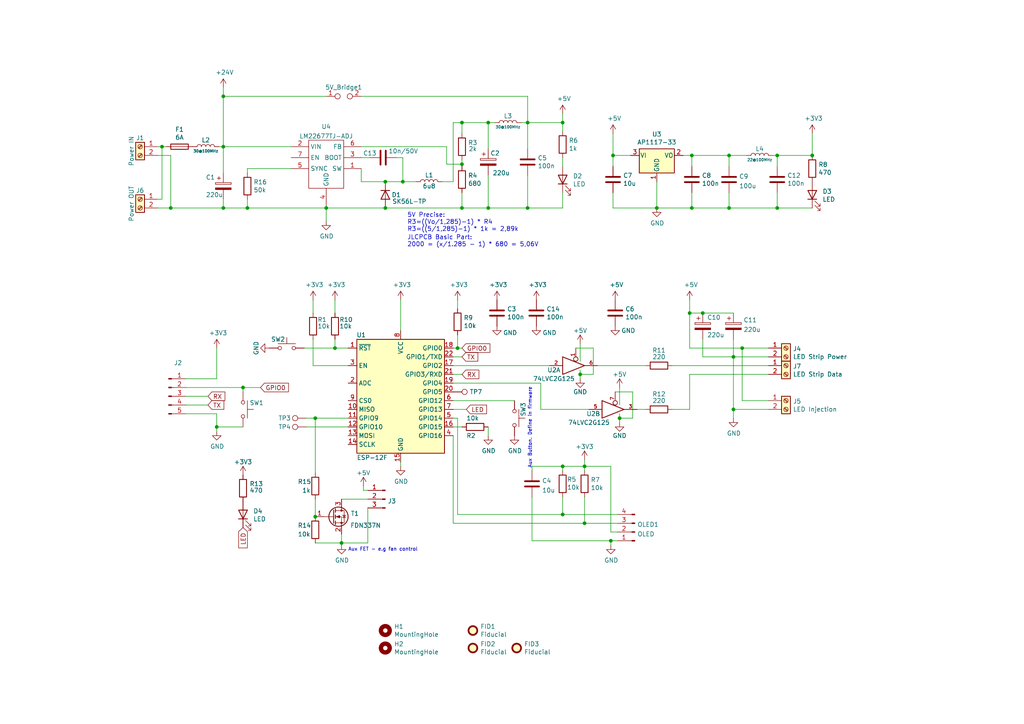
<source format=kicad_sch>
(kicad_sch (version 20211123) (generator eeschema)
  (paper "A4")
  (title_block (title "WLED Controller") (date "2021-01-02") (rev "1.2") (company "Bepa"))
  (lib_symbols
    (symbol "74xGxx:74LVC2G125" (pin_names (offset 1.016))
      (property "Reference" "U" (at -2.54 3.81 0))
      (property "Value" "74LVC2G125" (at 0 -3.81 0))
      (symbol "74LVC2G125_0_1"
        (polyline (pts (xy -3.81 2.54) (xy -3.81 -2.54) (xy 2.54 0) (xy -3.81 2.54)) (stroke (width 0.254)))
        (pin power_in line (at 1.27 -1.27 270) (length 0) hide (name "GND") (number "4"))
        (pin power_in line (at 1.27 1.27 90) (length 0) hide (name "VCC") (number "8"))
      )
      (symbol "74LVC2G125_1_1"
        (pin input inverted (at 0 5.08 270) (length 3.81) (name "~") (number "1"))
        (pin input line (at -7.62 0 0) (length 3.81) (name "~") (number "2"))
        (pin tri_state line (at 6.35 0 180) (length 3.81) (name "~") (number "6"))
      )
      (symbol "74LVC2G125_2_1"
        (pin tri_state line (at 6.35 0 180) (length 3.81) (name "~") (number "3"))
        (pin input line (at -7.62 0 0) (length 3.81) (name "~") (number "5"))
        (pin input inverted (at 0 5.08 270) (length 3.81) (name "~") (number "7"))
      )
    )
    (symbol "Connector:Conn_01x03_Male" (pin_names (offset 1.016) hide)
      (property "Reference" "J" (at 0 5.08 0))
      (property "Value" "Conn_01x03_Male" (at 0 -5.08 0))
      (symbol "Conn_01x03_Male_1_1"
        (polyline (pts (xy 1.27 -2.54) (xy 0.8636 -2.54)) (stroke (width 0.1524)))
        (polyline (pts (xy 1.27 0) (xy 0.8636 0)) (stroke (width 0.1524)))
        (polyline (pts (xy 1.27 2.54) (xy 0.8636 2.54)) (stroke (width 0.1524)))
        (rectangle (start 0.8636 -2.413) (end 0 -2.667) (stroke (width 0.1524)) (fill (type outline)))
        (rectangle (start 0.8636 0.127) (end 0 -0.127) (stroke (width 0.1524)) (fill (type outline)))
        (rectangle (start 0.8636 2.667) (end 0 2.413) (stroke (width 0.1524)) (fill (type outline)))
        (pin passive line (at 5.08 2.54 180) (length 3.81) (name "Pin_1") (number "1"))
        (pin passive line (at 5.08 0 180) (length 3.81) (name "Pin_2") (number "2"))
        (pin passive line (at 5.08 -2.54 180) (length 3.81) (name "Pin_3") (number "3"))
      )
    )
    (symbol "Connector:Conn_01x04_Male" (pin_names (offset 1.016) hide)
      (property "Reference" "J" (at 0 5.08 0))
      (property "Value" "Conn_01x04_Male" (at 0 -7.62 0))
      (symbol "Conn_01x04_Male_1_1"
        (polyline (pts (xy 1.27 -5.08) (xy 0.8636 -5.08)) (stroke (width 0.1524)))
        (polyline (pts (xy 1.27 -2.54) (xy 0.8636 -2.54)) (stroke (width 0.1524)))
        (polyline (pts (xy 1.27 0) (xy 0.8636 0)) (stroke (width 0.1524)))
        (polyline (pts (xy 1.27 2.54) (xy 0.8636 2.54)) (stroke (width 0.1524)))
        (rectangle (start 0.8636 -4.953) (end 0 -5.207) (stroke (width 0.1524)) (fill (type outline)))
        (rectangle (start 0.8636 -2.413) (end 0 -2.667) (stroke (width 0.1524)) (fill (type outline)))
        (rectangle (start 0.8636 0.127) (end 0 -0.127) (stroke (width 0.1524)) (fill (type outline)))
        (rectangle (start 0.8636 2.667) (end 0 2.413) (stroke (width 0.1524)) (fill (type outline)))
        (pin passive line (at 5.08 2.54 180) (length 3.81) (name "Pin_1") (number "1"))
        (pin passive line (at 5.08 0 180) (length 3.81) (name "Pin_2") (number "2"))
        (pin passive line (at 5.08 -2.54 180) (length 3.81) (name "Pin_3") (number "3"))
        (pin passive line (at 5.08 -5.08 180) (length 3.81) (name "Pin_4") (number "4"))
      )
    )
    (symbol "Connector:Conn_01x05_Male" (pin_names (offset 1.016) hide)
      (property "Reference" "J" (at 0 7.62 0))
      (property "Value" "Conn_01x05_Male" (at 0 -7.62 0))
      (symbol "Conn_01x05_Male_1_1"
        (polyline (pts (xy 1.27 -5.08) (xy 0.8636 -5.08)) (stroke (width 0.1524)))
        (polyline (pts (xy 1.27 -2.54) (xy 0.8636 -2.54)) (stroke (width 0.1524)))
        (polyline (pts (xy 1.27 0) (xy 0.8636 0)) (stroke (width 0.1524)))
        (polyline (pts (xy 1.27 2.54) (xy 0.8636 2.54)) (stroke (width 0.1524)))
        (polyline (pts (xy 1.27 5.08) (xy 0.8636 5.08)) (stroke (width 0.1524)))
        (rectangle (start 0.8636 -4.953) (end 0 -5.207) (stroke (width 0.1524)) (fill (type outline)))
        (rectangle (start 0.8636 -2.413) (end 0 -2.667) (stroke (width 0.1524)) (fill (type outline)))
        (rectangle (start 0.8636 0.127) (end 0 -0.127) (stroke (width 0.1524)) (fill (type outline)))
        (rectangle (start 0.8636 2.667) (end 0 2.413) (stroke (width 0.1524)) (fill (type outline)))
        (rectangle (start 0.8636 5.207) (end 0 4.953) (stroke (width 0.1524)) (fill (type outline)))
        (pin passive line (at 5.08 5.08 180) (length 3.81) (name "Pin_1") (number "1"))
        (pin passive line (at 5.08 2.54 180) (length 3.81) (name "Pin_2") (number "2"))
        (pin passive line (at 5.08 0 180) (length 3.81) (name "Pin_3") (number "3"))
        (pin passive line (at 5.08 -2.54 180) (length 3.81) (name "Pin_4") (number "4"))
        (pin passive line (at 5.08 -5.08 180) (length 3.81) (name "Pin_5") (number "5"))
      )
    )
    (symbol "Connector:Screw_Terminal_01x02" (pin_names (offset 1.016) hide)
      (property "Reference" "J" (at 0 2.54 0))
      (property "Value" "Screw_Terminal_01x02" (at 0 -5.08 0))
      (symbol "Screw_Terminal_01x02_1_1"
        (rectangle (start -1.27 1.27) (end 1.27 -3.81) (stroke (width 0.254)) (fill (type background)))
        (circle (center 0 -2.54) (radius 0.635) (stroke (width 0.1524)))
        (polyline (pts (xy -0.5334 -2.2098) (xy 0.3302 -3.048)) (stroke (width 0.1524)))
        (polyline (pts (xy -0.5334 0.3302) (xy 0.3302 -0.508)) (stroke (width 0.1524)))
        (polyline (pts (xy -0.3556 -2.032) (xy 0.508 -2.8702)) (stroke (width 0.1524)))
        (polyline (pts (xy -0.3556 0.508) (xy 0.508 -0.3302)) (stroke (width 0.1524)))
        (circle (center 0 0) (radius 0.635) (stroke (width 0.1524)))
        (pin passive line (at -5.08 0 0) (length 3.81) (name "Pin_1") (number "1"))
        (pin passive line (at -5.08 -2.54 0) (length 3.81) (name "Pin_2") (number "2"))
      )
    )
    (symbol "Connector:TestPoint" (pin_numbers hide) (pin_names (offset 0.762) hide)
      (property "Reference" "TP" (at 0 6.858 0))
      (property "Value" "TestPoint" (at 0 5.08 0))
      (symbol "TestPoint_0_1"
        (circle (center 0 3.302) (radius 0.762))
      )
      (symbol "TestPoint_1_1"
        (pin passive line (at 0 0 90) (length 2.54) (name "1") (number "1"))
      )
    )
    (symbol "Connector:TestPoint_2Pole" (pin_names (offset 0.762) hide)
      (property "Reference" "TP" (at 0 1.524 0))
      (property "Value" "TestPoint_2Pole" (at 0 -1.778 0))
      (symbol "TestPoint_2Pole_0_1"
        (circle (center -1.778 0) (radius 0.762))
        (circle (center 1.778 0) (radius 0.762))
        (pin passive line (at -5.08 0 0) (length 2.54) (name "1") (number "1"))
        (pin passive line (at 5.08 0 180) (length 2.54) (name "2") (number "2"))
      )
    )
    (symbol "Device:C" (pin_numbers hide) (pin_names (offset 0.254))
      (property "Reference" "C" (at 0.635 2.54 0))
      (property "Value" "C" (at 0.635 -2.54 0))
      (symbol "C_0_1"
        (polyline (pts (xy -2.032 -0.762) (xy 2.032 -0.762)) (stroke (width 0.508)))
        (polyline (pts (xy -2.032 0.762) (xy 2.032 0.762)) (stroke (width 0.508)))
      )
      (symbol "C_1_1"
        (pin passive line (at 0 3.81 270) (length 2.794) (name "~") (number "1"))
        (pin passive line (at 0 -3.81 90) (length 2.794) (name "~") (number "2"))
      )
    )
    (symbol "Device:C_Polarized" (pin_numbers hide) (pin_names (offset 0.254))
      (property "Reference" "C" (at 0.635 2.54 0))
      (property "Value" "C_Polarized" (at 0.635 -2.54 0))
      (symbol "C_Polarized_0_1"
        (rectangle (start -2.286 0.508) (end 2.286 1.016))
        (polyline (pts (xy -1.778 2.286) (xy -0.762 2.286)))
        (polyline (pts (xy -1.27 2.794) (xy -1.27 1.778)))
        (rectangle (start 2.286 -0.508) (end -2.286 -1.016) (fill (type outline)))
      )
      (symbol "C_Polarized_1_1"
        (pin passive line (at 0 3.81 270) (length 2.794) (name "~") (number "1"))
        (pin passive line (at 0 -3.81 90) (length 2.794) (name "~") (number "2"))
      )
    )
    (symbol "Device:D" (pin_numbers hide) (pin_names (offset 1.016) hide)
      (property "Reference" "D" (at 0 2.54 0))
      (property "Value" "D" (at 0 -2.54 0))
      (symbol "D_0_1"
        (polyline (pts (xy -1.27 1.27) (xy -1.27 -1.27)) (stroke (width 0.254)))
        (polyline (pts (xy 1.27 0) (xy -1.27 0)))
        (polyline (pts (xy 1.27 1.27) (xy 1.27 -1.27) (xy -1.27 0) (xy 1.27 1.27)) (stroke (width 0.254)))
      )
      (symbol "D_1_1"
        (pin passive line (at -3.81 0 0) (length 2.54) (name "K") (number "1"))
        (pin passive line (at 3.81 0 180) (length 2.54) (name "A") (number "2"))
      )
    )
    (symbol "Device:Fuse" (pin_numbers hide) (pin_names (offset 0))
      (property "Reference" "F" (at 2.032 0 90))
      (property "Value" "Fuse" (at -1.905 0 90))
      (symbol "Fuse_0_1"
        (rectangle (start -0.762 -2.54) (end 0.762 2.54) (stroke (width 0.254)))
        (polyline (pts (xy 0 2.54) (xy 0 -2.54)))
      )
      (symbol "Fuse_1_1"
        (pin passive line (at 0 3.81 270) (length 1.27) (name "~") (number "1"))
        (pin passive line (at 0 -3.81 90) (length 1.27) (name "~") (number "2"))
      )
    )
    (symbol "Device:L" (pin_numbers hide) (pin_names (offset 1.016) hide)
      (property "Reference" "L" (at -1.27 0 90))
      (property "Value" "L" (at 1.905 0 90))
      (symbol "L_0_1"
        (arc (start 0 -2.54) (mid 0.635 -1.905) (end 0 -1.27))
        (arc (start 0 -1.27) (mid 0.635 -0.635) (end 0 0))
        (arc (start 0 0) (mid 0.635 0.635) (end 0 1.27))
        (arc (start 0 1.27) (mid 0.635 1.905) (end 0 2.54))
      )
      (symbol "L_1_1"
        (pin passive line (at 0 3.81 270) (length 1.27) (name "1") (number "1"))
        (pin passive line (at 0 -3.81 90) (length 1.27) (name "2") (number "2"))
      )
    )
    (symbol "Device:LED" (pin_numbers hide) (pin_names (offset 1.016) hide)
      (property "Reference" "D" (at 0 2.54 0))
      (property "Value" "LED" (at 0 -2.54 0))
      (symbol "LED_0_1"
        (polyline (pts (xy -1.27 -1.27) (xy -1.27 1.27)) (stroke (width 0.254)))
        (polyline (pts (xy -1.27 0) (xy 1.27 0)))
        (polyline (pts (xy 1.27 -1.27) (xy 1.27 1.27) (xy -1.27 0) (xy 1.27 -1.27)) (stroke (width 0.254)))
        (polyline (pts (xy -3.048 -0.762) (xy -4.572 -2.286) (xy -3.81 -2.286) (xy -4.572 -2.286) (xy -4.572 -1.524)))
        (polyline (pts (xy -1.778 -0.762) (xy -3.302 -2.286) (xy -2.54 -2.286) (xy -3.302 -2.286) (xy -3.302 -1.524)))
      )
      (symbol "LED_1_1"
        (pin passive line (at -3.81 0 0) (length 2.54) (name "K") (number "1"))
        (pin passive line (at 3.81 0 180) (length 2.54) (name "A") (number "2"))
      )
    )
    (symbol "Device:Q_NMOS_GSD" (pin_names (offset 0) hide)
      (property "Reference" "Q" (at 5.08 1.27 0))
      (property "Value" "Q_NMOS_GSD" (at 5.08 -1.27 0))
      (symbol "Q_NMOS_GSD_0_1"
        (polyline (pts (xy 0.254 0) (xy -2.54 0)))
        (polyline (pts (xy 0.254 1.905) (xy 0.254 -1.905)) (stroke (width 0.254)))
        (polyline (pts (xy 0.762 -1.27) (xy 0.762 -2.286)) (stroke (width 0.254)))
        (polyline (pts (xy 0.762 0.508) (xy 0.762 -0.508)) (stroke (width 0.254)))
        (polyline (pts (xy 0.762 2.286) (xy 0.762 1.27)) (stroke (width 0.254)))
        (polyline (pts (xy 2.54 2.54) (xy 2.54 1.778)))
        (polyline (pts (xy 2.54 -2.54) (xy 2.54 0) (xy 0.762 0)))
        (polyline (pts (xy 0.762 -1.778) (xy 3.302 -1.778) (xy 3.302 1.778) (xy 0.762 1.778)))
        (polyline (pts (xy 1.016 0) (xy 2.032 0.381) (xy 2.032 -0.381) (xy 1.016 0)) (fill (type outline)))
        (polyline (pts (xy 2.794 0.508) (xy 2.921 0.381) (xy 3.683 0.381) (xy 3.81 0.254)))
        (polyline (pts (xy 3.302 0.381) (xy 2.921 -0.254) (xy 3.683 -0.254) (xy 3.302 0.381)))
        (circle (center 1.651 0) (radius 2.794) (stroke (width 0.254)))
        (circle (center 2.54 -1.778) (radius 0.254) (fill (type outline)))
        (circle (center 2.54 1.778) (radius 0.254) (fill (type outline)))
      )
      (symbol "Q_NMOS_GSD_1_1"
        (pin input line (at -5.08 0 0) (length 2.54) (name "G") (number "1"))
        (pin passive line (at 2.54 -5.08 90) (length 2.54) (name "S") (number "2"))
        (pin passive line (at 2.54 5.08 270) (length 2.54) (name "D") (number "3"))
      )
    )
    (symbol "Device:R" (pin_numbers hide) (pin_names (offset 0))
      (property "Reference" "R" (at 2.032 0 90))
      (property "Value" "R" (at 0 0 90))
      (symbol "R_0_1"
        (rectangle (start -1.016 -2.54) (end 1.016 2.54) (stroke (width 0.254)))
      )
      (symbol "R_1_1"
        (pin passive line (at 0 3.81 270) (length 1.27) (name "~") (number "1"))
        (pin passive line (at 0 -3.81 90) (length 1.27) (name "~") (number "2"))
      )
    )
    (symbol "LM22677:LM22677TJ-ADJ"
      (property "Reference" "U" (at -3.175 0 0))
      (property "Value" "LM22677TJ-ADJ" (at 5.08 -16.51 0))
      (symbol "LM22677TJ-ADJ_0_1"
        (rectangle (start -5.08 -1.27) (end 5.08 -15.24) (stroke (width 0.1524)))
      )
      (symbol "LM22677TJ-ADJ_1_1"
        (pin input line (at 10.16 -9.525 180) (length 5.08) (name "SW") (number "1"))
        (pin input line (at -10.16 -3.175 0) (length 5.08) (name "VIN") (number "2"))
        (pin input line (at 10.16 -6.35 180) (length 5.08) (name "BOOT") (number "3"))
        (pin input line (at 0 -20.32 90) (length 5.08) (name "GND") (number "4"))
        (pin input line (at -10.16 -9.525 0) (length 5.08) (name "SYNC") (number "5"))
        (pin input line (at 10.16 -3.175 180) (length 5.08) (name "FB") (number "6"))
        (pin input line (at -10.16 -6.35 0) (length 5.08) (name "EN") (number "7"))
      )
    )
    (symbol "Mechanical:Fiducial"
      (property "Reference" "FID" (at 0 5.08 0))
      (property "Value" "Fiducial" (at 0 3.175 0))
      (symbol "Fiducial_0_1"
        (circle (center 0 0) (radius 1.27) (stroke (width 0.508)) (fill (type background)))
      )
    )
    (symbol "Mechanical:MountingHole" (pin_names (offset 1.016))
      (property "Reference" "H" (at 0 5.08 0))
      (property "Value" "MountingHole" (at 0 3.175 0))
      (symbol "MountingHole_0_1"
        (circle (center 0 0) (radius 1.27) (stroke (width 1.27)))
      )
    )
    (symbol "RF_Module:ESP-12F"
      (property "Reference" "U" (at -12.7 19.05 0))
      (property "Value" "ESP-12F" (at 12.7 19.05 0))
      (symbol "ESP-12F_0_1"
        (rectangle (start -12.7 17.78) (end 12.7 -15.24) (stroke (width 0.254)) (fill (type background)))
      )
      (symbol "ESP-12F_1_1"
        (pin input line (at -15.24 15.24 0) (length 2.54) (name "~{RST}") (number "1"))
        (pin bidirectional line (at -15.24 -2.54 0) (length 2.54) (name "MISO") (number "10"))
        (pin bidirectional line (at -15.24 -5.08 0) (length 2.54) (name "GPIO9") (number "11"))
        (pin bidirectional line (at -15.24 -7.62 0) (length 2.54) (name "GPIO10") (number "12"))
        (pin bidirectional line (at -15.24 -10.16 0) (length 2.54) (name "MOSI") (number "13"))
        (pin bidirectional line (at -15.24 -12.7 0) (length 2.54) (name "SCLK") (number "14"))
        (pin power_in line (at 0 -17.78 90) (length 2.54) (name "GND") (number "15"))
        (pin bidirectional line (at 15.24 -7.62 180) (length 2.54) (name "GPIO15") (number "16"))
        (pin bidirectional line (at 15.24 10.16 180) (length 2.54) (name "GPIO2") (number "17"))
        (pin bidirectional line (at 15.24 15.24 180) (length 2.54) (name "GPIO0") (number "18"))
        (pin bidirectional line (at 15.24 5.08 180) (length 2.54) (name "GPIO4") (number "19"))
        (pin input line (at -15.24 5.08 0) (length 2.54) (name "ADC") (number "2"))
        (pin bidirectional line (at 15.24 2.54 180) (length 2.54) (name "GPIO5") (number "20"))
        (pin bidirectional line (at 15.24 7.62 180) (length 2.54) (name "GPIO3/RXD") (number "21"))
        (pin bidirectional line (at 15.24 12.7 180) (length 2.54) (name "GPIO1/TXD") (number "22"))
        (pin input line (at -15.24 10.16 0) (length 2.54) (name "EN") (number "3"))
        (pin bidirectional line (at 15.24 -10.16 180) (length 2.54) (name "GPIO16") (number "4"))
        (pin bidirectional line (at 15.24 -5.08 180) (length 2.54) (name "GPIO14") (number "5"))
        (pin bidirectional line (at 15.24 0 180) (length 2.54) (name "GPIO12") (number "6"))
        (pin bidirectional line (at 15.24 -2.54 180) (length 2.54) (name "GPIO13") (number "7"))
        (pin power_in line (at 0 20.32 270) (length 2.54) (name "VCC") (number "8"))
        (pin input line (at -15.24 0 0) (length 2.54) (name "CS0") (number "9"))
      )
    )
    (symbol "Regulator_Linear:AP1117-33" (pin_names (offset 0.254))
      (property "Reference" "U" (at -3.81 3.175 0))
      (property "Value" "AP1117-33" (at 0 3.175 0))
      (symbol "AP1117-33_0_1"
        (rectangle (start -5.08 -5.08) (end 5.08 1.905) (stroke (width 0.254)) (fill (type background)))
      )
      (symbol "AP1117-33_1_1"
        (pin power_in line (at 0 -7.62 90) (length 2.54) (name "GND") (number "1"))
        (pin power_out line (at 7.62 0 180) (length 2.54) (name "VO") (number "2"))
        (pin power_in line (at -7.62 0 0) (length 2.54) (name "VI") (number "3"))
      )
    )
    (symbol "Switch:SW_Push" (pin_numbers hide) (pin_names (offset 1.016) hide)
      (property "Reference" "SW" (at 1.27 2.54 0))
      (property "Value" "SW_Push" (at 0 -1.524 0))
      (symbol "SW_Push_0_1"
        (circle (center -2.032 0) (radius 0.508))
        (polyline (pts (xy 0 1.27) (xy 0 3.048)))
        (polyline (pts (xy 2.54 1.27) (xy -2.54 1.27)))
        (circle (center 2.032 0) (radius 0.508))
        (pin passive line (at -5.08 0 0) (length 2.54) (name "1") (number "1"))
        (pin passive line (at 5.08 0 180) (length 2.54) (name "2") (number "2"))
      )
    )
    (symbol "power:+24V" (power) (pin_names (offset 0))
      (property "Value" "+24V" (at 0 3.556 0))
      (symbol "+24V_0_1"
        (polyline (pts (xy -0.762 1.27) (xy 0 2.54)))
        (polyline (pts (xy 0 0) (xy 0 2.54)))
        (polyline (pts (xy 0 2.54) (xy 0.762 1.27)))
      )
      (symbol "+24V_1_1"
        (pin power_in line (at 0 0 90) (length 0) hide (name "+24V") (number "1"))
      )
    )
    (symbol "power:+3.3V" (power) (pin_names (offset 0))
      (property "Value" "+3.3V" (at 0 3.556 0))
      (symbol "+3.3V_0_1"
        (polyline (pts (xy -0.762 1.27) (xy 0 2.54)))
        (polyline (pts (xy 0 0) (xy 0 2.54)))
        (polyline (pts (xy 0 2.54) (xy 0.762 1.27)))
      )
      (symbol "+3.3V_1_1"
        (pin power_in line (at 0 0 90) (length 0) hide (name "+3V3") (number "1"))
      )
    )
    (symbol "power:+5V" (power) (pin_names (offset 0))
      (property "Value" "+5V" (at 0 3.556 0))
      (symbol "+5V_0_1"
        (polyline (pts (xy -0.762 1.27) (xy 0 2.54)))
        (polyline (pts (xy 0 0) (xy 0 2.54)))
        (polyline (pts (xy 0 2.54) (xy 0.762 1.27)))
      )
      (symbol "+5V_1_1"
        (pin power_in line (at 0 0 90) (length 0) hide (name "+5V") (number "1"))
      )
    )
    (symbol "power:GND" (power) (pin_names (offset 0))
      (property "Value" "GND" (at 0 -3.81 0))
      (symbol "GND_0_1"
        (polyline (pts (xy 0 0) (xy 0 -1.27) (xy 1.27 -1.27) (xy 0 -2.54) (xy -1.27 -1.27) (xy 0 -1.27)))
      )
      (symbol "GND_1_1"
        (pin power_in line (at 0 0 270) (length 0) hide (name "GND") (number "1"))
      )
    )
  )
  (junction (at 46.99 42.545))
  (junction (at 200.66 60.325))
  (junction (at 163.195 135.255))
  (junction (at 212.725 103.505))
  (junction (at 133.985 47.625))
  (junction (at 91.44 121.285))
  (junction (at 141.605 35.56))
  (junction (at 141.605 60.325))
  (junction (at 116.84 52.705))
  (junction (at 200.025 90.805))
  (junction (at 190.5 60.325))
  (junction (at 169.545 135.255))
  (junction (at 235.585 45.085))
  (junction (at 64.77 60.325))
  (junction (at 71.755 60.325))
  (junction (at 212.725 118.745))
  (junction (at 70.485 112.395))
  (junction (at 215.265 100.965))
  (junction (at 168.275 108.585))
  (junction (at 62.865 123.825))
  (junction (at 153.035 60.325))
  (junction (at 225.425 60.325))
  (junction (at 133.985 60.325))
  (junction (at 203.835 90.805))
  (junction (at 163.195 35.56))
  (junction (at 225.425 45.085))
  (junction (at 179.705 121.285))
  (junction (at 211.455 45.085))
  (junction (at 177.8 45.085))
  (junction (at 91.44 149.86))
  (junction (at 169.545 151.765))
  (junction (at 94.615 60.325))
  (junction (at 177.165 156.845))
  (junction (at 111.76 52.705))
  (junction (at 111.76 60.325))
  (junction (at 200.66 45.085))
  (junction (at 64.77 42.545))
  (junction (at 64.77 27.94))
  (junction (at 132.715 100.965))
  (junction (at 211.455 60.325))
  (junction (at 153.035 35.56))
  (junction (at 97.155 100.965))
  (junction (at 133.985 35.56))
  (junction (at 163.195 149.225))
  (junction (at 99.06 157.48))
  (junction (at 49.53 60.325))
  (wire (pts (xy 116.205 86.995) (xy 116.205 95.885)))
  (wire (pts (xy 154.305 156.845) (xy 154.305 144.145)))
  (wire (pts (xy 168.275 108.585) (xy 168.275 109.855)))
  (wire (pts (xy 216.535 45.085) (xy 211.455 45.085)))
  (wire (pts (xy 200.66 55.88) (xy 200.66 60.325)))
  (wire (pts (xy 179.07 156.845) (xy 177.165 156.845)))
  (wire (pts (xy 88.9 121.285) (xy 91.44 121.285)))
  (wire (pts (xy 53.975 109.855) (xy 62.865 109.855)))
  (wire (pts (xy 104.775 48.895) (xy 104.775 52.705)))
  (wire (pts (xy 94.615 59.69) (xy 94.615 60.325)))
  (wire (pts (xy 141.605 123.825) (xy 141.605 126.365)))
  (wire (pts (xy 88.265 100.965) (xy 97.155 100.965)))
  (wire (pts (xy 212.725 103.505) (xy 212.725 118.745)))
  (wire (pts (xy 183.515 113.665) (xy 183.515 121.285)))
  (wire (pts (xy 200.025 108.585) (xy 222.885 108.585)))
  (wire (pts (xy 198.12 45.085) (xy 200.66 45.085)))
  (wire (pts (xy 177.8 38.735) (xy 177.8 45.085)))
  (wire (pts (xy 179.705 121.285) (xy 179.705 122.555)))
  (wire (pts (xy 91.44 121.285) (xy 100.965 121.285)))
  (wire (pts (xy 132.715 100.965) (xy 133.985 100.965)))
  (wire (pts (xy 190.5 60.325) (xy 190.5 52.705)))
  (wire (pts (xy 64.77 27.94) (xy 94.615 27.94)))
  (wire (pts (xy 111.76 60.325) (xy 94.615 60.325)))
  (wire (pts (xy 200.025 118.745) (xy 200.025 108.585)))
  (wire (pts (xy 131.445 111.125) (xy 156.845 111.125)))
  (wire (pts (xy 178.435 113.665) (xy 183.515 113.665)))
  (wire (pts (xy 70.485 113.665) (xy 70.485 112.395)))
  (wire (pts (xy 84.455 48.895) (xy 71.755 48.895)))
  (wire (pts (xy 173.355 106.045) (xy 187.325 106.045)))
  (wire (pts (xy 63.5 42.545) (xy 64.77 42.545)))
  (wire (pts (xy 131.445 106.045) (xy 159.385 106.045)))
  (wire (pts (xy 70.485 123.825) (xy 62.865 123.825)))
  (wire (pts (xy 179.07 154.305) (xy 177.165 154.305)))
  (wire (pts (xy 163.195 35.56) (xy 163.195 38.1)))
  (wire (pts (xy 200.66 45.085) (xy 211.455 45.085)))
  (wire (pts (xy 94.615 64.135) (xy 94.615 60.325)))
  (wire (pts (xy 132.715 121.285) (xy 132.715 149.225)))
  (wire (pts (xy 177.8 60.325) (xy 190.5 60.325)))
  (wire (pts (xy 53.975 120.015) (xy 62.865 120.015)))
  (wire (pts (xy 106.68 142.24) (xy 105.41 142.24)))
  (wire (pts (xy 99.06 157.48) (xy 99.06 158.115)))
  (wire (pts (xy 200.66 60.325) (xy 211.455 60.325)))
  (wire (pts (xy 183.515 121.285) (xy 179.705 121.285)))
  (wire (pts (xy 106.68 144.78) (xy 99.06 144.78)))
  (wire (pts (xy 131.445 116.205) (xy 149.225 116.205)))
  (wire (pts (xy 99.06 157.48) (xy 106.68 157.48)))
  (wire (pts (xy 222.885 118.745) (xy 212.725 118.745)))
  (wire (pts (xy 200.025 90.805) (xy 203.835 90.805)))
  (wire (pts (xy 225.425 55.88) (xy 225.425 60.325)))
  (wire (pts (xy 133.985 60.325) (xy 141.605 60.325)))
  (wire (pts (xy 168.275 107.315) (xy 168.275 108.585)))
  (wire (pts (xy 90.805 98.425) (xy 90.805 106.045)))
  (wire (pts (xy 154.305 135.255) (xy 163.195 135.255)))
  (wire (pts (xy 104.775 27.94) (xy 153.035 27.94)))
  (wire (pts (xy 104.775 52.705) (xy 111.76 52.705)))
  (wire (pts (xy 48.26 42.545) (xy 46.99 42.545)))
  (wire (pts (xy 153.035 60.325) (xy 163.195 60.325)))
  (wire (pts (xy 169.545 133.35) (xy 169.545 135.255)))
  (wire (pts (xy 153.035 50.8) (xy 153.035 60.325)))
  (wire (pts (xy 91.44 137.16) (xy 91.44 121.285)))
  (wire (pts (xy 177.165 135.255) (xy 177.165 154.305)))
  (wire (pts (xy 71.755 60.325) (xy 94.615 60.325)))
  (wire (pts (xy 200.025 100.965) (xy 215.265 100.965)))
  (wire (pts (xy 60.325 114.935) (xy 53.975 114.935)))
  (wire (pts (xy 116.205 133.985) (xy 116.205 135.255)))
  (wire (pts (xy 133.985 47.625) (xy 133.985 48.26)))
  (wire (pts (xy 53.975 117.475) (xy 60.325 117.475)))
  (wire (pts (xy 141.605 50.8) (xy 141.605 60.325)))
  (wire (pts (xy 222.885 103.505) (xy 212.725 103.505)))
  (wire (pts (xy 211.455 60.325) (xy 225.425 60.325)))
  (wire (pts (xy 172.085 108.585) (xy 168.275 108.585)))
  (wire (pts (xy 153.035 43.18) (xy 153.035 35.56)))
  (wire (pts (xy 184.785 118.745) (xy 187.325 118.745)))
  (wire (pts (xy 203.835 90.805) (xy 212.725 90.805)))
  (wire (pts (xy 163.195 135.255) (xy 163.195 136.525)))
  (wire (pts (xy 163.195 33.02) (xy 163.195 35.56)))
  (wire (pts (xy 163.195 135.255) (xy 169.545 135.255)))
  (wire (pts (xy 131.445 108.585) (xy 133.985 108.585)))
  (wire (pts (xy 45.72 60.325) (xy 49.53 60.325)))
  (wire (pts (xy 200.66 60.325) (xy 190.5 60.325)))
  (wire (pts (xy 169.545 135.255) (xy 169.545 136.525)))
  (wire (pts (xy 131.445 103.505) (xy 133.985 103.505)))
  (wire (pts (xy 194.945 118.745) (xy 200.025 118.745)))
  (wire (pts (xy 62.865 123.825) (xy 62.865 125.095)))
  (wire (pts (xy 200.025 86.995) (xy 200.025 90.805)))
  (wire (pts (xy 64.77 27.94) (xy 64.77 42.545)))
  (wire (pts (xy 97.155 86.995) (xy 97.155 90.805)))
  (wire (pts (xy 200.025 100.965) (xy 200.025 90.805)))
  (wire (pts (xy 128.27 52.705) (xy 131.445 52.705)))
  (wire (pts (xy 131.445 151.765) (xy 169.545 151.765)))
  (wire (pts (xy 53.975 112.395) (xy 70.485 112.395)))
  (wire (pts (xy 177.165 156.845) (xy 177.165 158.115)))
  (wire (pts (xy 163.195 144.145) (xy 163.195 149.225)))
  (wire (pts (xy 212.725 98.425) (xy 212.725 103.505)))
  (wire (pts (xy 132.715 89.535) (xy 132.715 86.995)))
  (wire (pts (xy 163.195 55.88) (xy 163.195 60.325)))
  (wire (pts (xy 64.77 60.325) (xy 71.755 60.325)))
  (wire (pts (xy 131.445 100.965) (xy 132.715 100.965)))
  (wire (pts (xy 64.77 57.785) (xy 64.77 60.325)))
  (wire (pts (xy 62.865 100.965) (xy 62.865 109.855)))
  (wire (pts (xy 114.935 45.72) (xy 116.84 45.72)))
  (wire (pts (xy 129.54 47.625) (xy 133.985 47.625)))
  (wire (pts (xy 99.06 154.94) (xy 99.06 157.48)))
  (wire (pts (xy 179.07 151.765) (xy 169.545 151.765)))
  (wire (pts (xy 179.705 120.015) (xy 179.705 121.285)))
  (wire (pts (xy 131.445 123.825) (xy 133.985 123.825)))
  (wire (pts (xy 153.035 27.94) (xy 153.035 35.56)))
  (wire (pts (xy 169.545 144.145) (xy 169.545 151.765)))
  (wire (pts (xy 91.44 144.78) (xy 91.44 149.86)))
  (wire (pts (xy 62.865 120.015) (xy 62.865 123.825)))
  (wire (pts (xy 141.605 60.325) (xy 153.035 60.325)))
  (wire (pts (xy 64.77 25.4) (xy 64.77 27.94)))
  (wire (pts (xy 46.99 42.545) (xy 45.72 42.545)))
  (wire (pts (xy 64.77 42.545) (xy 64.77 50.165)))
  (wire (pts (xy 116.84 45.72) (xy 116.84 52.705)))
  (wire (pts (xy 225.425 45.085) (xy 224.155 45.085)))
  (wire (pts (xy 215.265 100.965) (xy 222.885 100.965)))
  (wire (pts (xy 131.445 35.56) (xy 133.985 35.56)))
  (wire (pts (xy 177.8 48.26) (xy 177.8 45.085)))
  (wire (pts (xy 212.725 103.505) (xy 203.835 103.505)))
  (wire (pts (xy 133.985 35.56) (xy 133.985 38.735)))
  (wire (pts (xy 132.715 97.155) (xy 132.715 100.965)))
  (wire (pts (xy 179.07 149.225) (xy 163.195 149.225)))
  (wire (pts (xy 116.84 52.705) (xy 120.65 52.705)))
  (wire (pts (xy 235.585 38.735) (xy 235.585 45.085)))
  (wire (pts (xy 167.005 100.965) (xy 172.085 100.965)))
  (wire (pts (xy 169.545 135.255) (xy 177.165 135.255)))
  (wire (pts (xy 215.265 100.965) (xy 215.265 116.205)))
  (wire (pts (xy 182.88 45.085) (xy 177.8 45.085)))
  (wire (pts (xy 91.44 157.48) (xy 99.06 157.48)))
  (wire (pts (xy 64.77 42.545) (xy 84.455 42.545)))
  (wire (pts (xy 46.99 42.545) (xy 46.99 57.785)))
  (wire (pts (xy 153.035 35.56) (xy 163.195 35.56)))
  (wire (pts (xy 163.195 48.26) (xy 163.195 45.72)))
  (wire (pts (xy 131.445 35.56) (xy 131.445 52.705)))
  (wire (pts (xy 151.13 35.56) (xy 153.035 35.56)))
  (wire (pts (xy 177.165 156.845) (xy 154.305 156.845)))
  (wire (pts (xy 154.305 136.525) (xy 154.305 135.255)))
  (wire (pts (xy 106.68 157.48) (xy 106.68 147.32)))
  (wire (pts (xy 211.455 55.88) (xy 211.455 60.325)))
  (wire (pts (xy 97.155 100.965) (xy 100.965 100.965)))
  (wire (pts (xy 141.605 43.18) (xy 141.605 35.56)))
  (wire (pts (xy 45.72 45.085) (xy 49.53 45.085)))
  (wire (pts (xy 156.845 118.745) (xy 170.815 118.745)))
  (wire (pts (xy 133.985 35.56) (xy 141.605 35.56)))
  (wire (pts (xy 49.53 60.325) (xy 64.77 60.325)))
  (wire (pts (xy 71.755 57.785) (xy 71.755 60.325)))
  (wire (pts (xy 105.41 142.24) (xy 105.41 140.97)))
  (wire (pts (xy 132.715 149.225) (xy 163.195 149.225)))
  (wire (pts (xy 88.9 123.825) (xy 100.965 123.825)))
  (wire (pts (xy 177.8 55.88) (xy 177.8 60.325)))
  (wire (pts (xy 168.275 99.695) (xy 168.275 104.775)))
  (wire (pts (xy 225.425 48.26) (xy 225.425 45.085)))
  (wire (pts (xy 97.155 98.425) (xy 97.155 100.965)))
  (wire (pts (xy 45.72 57.785) (xy 46.99 57.785)))
  (wire (pts (xy 131.445 121.285) (xy 132.715 121.285)))
  (wire (pts (xy 133.985 55.88) (xy 133.985 60.325)))
  (wire (pts (xy 200.66 48.26) (xy 200.66 45.085)))
  (wire (pts (xy 49.53 45.085) (xy 49.53 60.325)))
  (wire (pts (xy 135.255 118.745) (xy 131.445 118.745)))
  (wire (pts (xy 172.085 100.965) (xy 172.085 108.585)))
  (wire (pts (xy 133.985 46.355) (xy 133.985 47.625)))
  (wire (pts (xy 156.845 111.125) (xy 156.845 118.745)))
  (wire (pts (xy 70.485 112.395) (xy 75.565 112.395)))
  (wire (pts (xy 141.605 35.56) (xy 143.51 35.56)))
  (wire (pts (xy 111.76 60.325) (xy 133.985 60.325)))
  (wire (pts (xy 100.965 106.045) (xy 90.805 106.045)))
  (wire (pts (xy 104.775 45.72) (xy 107.315 45.72)))
  (wire (pts (xy 179.705 112.395) (xy 179.705 117.475)))
  (wire (pts (xy 71.755 48.895) (xy 71.755 50.165)))
  (wire (pts (xy 203.835 103.505) (xy 203.835 98.425)))
  (wire (pts (xy 111.76 52.705) (xy 116.84 52.705)))
  (wire (pts (xy 212.725 118.745) (xy 212.725 121.285)))
  (wire (pts (xy 129.54 42.545) (xy 129.54 47.625)))
  (wire (pts (xy 194.945 106.045) (xy 222.885 106.045)))
  (wire (pts (xy 211.455 48.26) (xy 211.455 45.085)))
  (wire (pts (xy 90.805 86.995) (xy 90.805 90.805)))
  (wire (pts (xy 225.425 45.085) (xy 235.585 45.085)))
  (wire (pts (xy 222.885 116.205) (xy 215.265 116.205)))
  (wire (pts (xy 131.445 126.365) (xy 131.445 151.765)))
  (wire (pts (xy 104.775 42.545) (xy 129.54 42.545)))
  (wire (pts (xy 225.425 60.325) (xy 235.585 60.325)))
  (text "Aux Button. Define in firmware" (at 154.305 135.89 90) (effects (font (size 1 1)) (justify left bottom)))
  (text "JLCPCB Basic Part:\n2000 = (x/1.285 - 1) * 680 = 5,06V" (at 118.11 71.755 0) (effects (font (size 1.27 1.27)) (justify left bottom)))
  (text "5V Precise:\nR3=((Vo/1,285)-1) * R4\nR3=((5/1,285)-1) * 1k = 2,89k" (at 118.11 67.31 0) (effects (font (size 1.27 1.27)) (justify left bottom)))
  (text "Aux FET - e.g fan control" (at 100.965 160.02 0) (effects (font (size 1 1)) (justify left bottom)))
  (global_label "LED" (shape input) (at 70.485 153.035 270) (property "Intersheet References" "${INTERSHEET_REFS}" (effects hide)))
  (global_label "GPIO0" (shape input) (at 133.985 100.965 0) (property "Intersheet References" "${INTERSHEET_REFS}" (effects hide)))
  (global_label "TX" (shape input) (at 133.985 103.505 0) (property "Intersheet References" "${INTERSHEET_REFS}" (effects hide)))
  (global_label "TX" (shape input) (at 60.325 117.475 0) (property "Intersheet References" "${INTERSHEET_REFS}" (effects hide)))
  (global_label "RX" (shape input) (at 133.985 108.585 0) (property "Intersheet References" "${INTERSHEET_REFS}" (effects hide)))
  (global_label "GPIO0" (shape input) (at 75.565 112.395 0) (property "Intersheet References" "${INTERSHEET_REFS}" (effects hide)))
  (global_label "LED" (shape input) (at 135.255 118.745 0) (property "Intersheet References" "${INTERSHEET_REFS}" (effects hide)))
  (global_label "RX" (shape input) (at 60.325 114.935 0) (property "Intersheet References" "${INTERSHEET_REFS}" (effects hide)))
  (symbol (lib_id "RF_Module:ESP-12F") (at 116.205 116.205 0) (unit 1)
    (property "Reference" "U1" (at 104.775 97.155 0))
    (property "Value" "ESP-12F" (at 107.95 132.715 0))
    (property "Footprint" "RF_Module:ESP-12E" (effects hide))
    (property "Datasheet" "http://wiki.ai-thinker.com/_media/esp8266/esp8266_series_modules_user_manual_v1.1.pdf" (effects hide))
    (property "LCSC" "C82891" (effects hide))
  )
  (symbol (lib_id "power:+24V") (at 64.77 25.4 0) (unit 1)
    (property "Reference" "#PWR01" (effects hide))
    (property "Value" "+24V" (at 65.151 21.0058 0))
  )
  (symbol (lib_id "power:+3.3V") (at 116.205 86.995 0) (unit 1)
    (property "Reference" "#PWR07" (effects hide))
    (property "Value" "+3.3V" (at 116.586 82.6008 0))
  )
  (symbol (lib_id "power:GND") (at 116.205 135.255 0) (unit 1)
    (property "Reference" "#PWR08" (effects hide))
    (property "Value" "GND" (at 116.332 139.6492 0))
  )
  (symbol (lib_id "power:GND") (at 94.615 64.135 0) (unit 1)
    (property "Reference" "#PWR04" (effects hide))
    (property "Value" "GND" (at 94.742 68.5292 0))
  )
  (symbol (lib_id "Regulator_Linear:AP1117-33") (at 190.5 45.085 0) (unit 1)
    (property "Reference" "U3" (at 190.5 38.9382 0))
    (property "Value" "AP1117-33" (at 190.5 41.2496 0))
    (property "Footprint" "Package_TO_SOT_SMD:SOT-223-3_TabPin2" (effects hide))
    (property "Datasheet" "http://www.diodes.com/datasheets/AP1117.pdf" (effects hide))
    (property "LCSC" "C6186" (effects hide))
  )
  (symbol (lib_id "Device:R") (at 90.805 94.615 0) (unit 1)
    (property "Reference" "R1" (at 92.075 92.71 0) (effects (justify left)))
    (property "Value" "10k" (at 92.075 94.615 0) (effects (justify left)))
    (property "Footprint" "Resistor_SMD:R_0603_1608Metric" (effects hide))
    (property "LCSC" "C25804" (effects hide))
  )
  (symbol (lib_id "power:+3.3V") (at 97.155 86.995 0) (unit 1)
    (property "Reference" "#PWR06" (effects hide))
    (property "Value" "+3.3V" (at 97.536 82.6008 0))
  )
  (symbol (lib_id "power:+3.3V") (at 90.805 86.995 0) (unit 1)
    (property "Reference" "#PWR05" (effects hide))
    (property "Value" "+3.3V" (at 91.186 82.6008 0))
  )
  (symbol (lib_id "Device:R") (at 137.795 123.825 270) (unit 1)
    (property "Reference" "R2" (at 135.255 126.365 90) (effects (justify left)))
    (property "Value" "10k" (at 135.255 121.285 90) (effects (justify left)))
    (property "Footprint" "Resistor_SMD:R_0603_1608Metric" (effects hide))
    (property "LCSC" "C25804" (effects hide))
  )
  (symbol (lib_id "Device:C") (at 178.435 90.805 0) (unit 1)
    (property "Reference" "C6" (at 181.356 89.6366 0) (effects (justify left)))
    (property "Value" "100n" (at 181.356 91.948 0) (effects (justify left)))
    (property "Footprint" "Capacitor_SMD:C_0603_1608Metric" (effects hide))
    (property "LCSC" "C14663" (effects hide))
  )
  (symbol (lib_id "Device:C") (at 144.145 90.805 0) (unit 1)
    (property "Reference" "C3" (at 147.066 89.6366 0) (effects (justify left)))
    (property "Value" "100n" (at 147.066 91.948 0) (effects (justify left)))
    (property "Footprint" "Capacitor_SMD:C_0603_1608Metric" (effects hide))
    (property "LCSC" "C14663" (effects hide))
  )
  (symbol (lib_id "power:GND") (at 144.145 94.615 0) (unit 1)
    (property "Reference" "#PWR09" (effects hide))
    (property "Value" "GND" (at 147.955 96.52 0))
  )
  (symbol (lib_id "power:GND") (at 141.605 126.365 0) (unit 1)
    (property "Reference" "#PWR025" (effects hide))
    (property "Value" "GND" (at 141.732 130.7592 0))
  )
  (symbol (lib_id "Device:C") (at 177.8 52.07 0) (unit 1)
    (property "Reference" "C7" (at 180.721 50.9016 0) (effects (justify left)))
    (property "Value" "10u" (at 180.721 53.213 0) (effects (justify left)))
    (property "Footprint" "Capacitor_SMD:C_0805_2012Metric" (effects hide))
    (property "LCSC" "C19702" (effects hide))
  )
  (symbol (lib_id "Device:C") (at 200.66 52.07 0) (unit 1)
    (property "Reference" "C8" (at 203.581 50.9016 0) (effects (justify left)))
    (property "Value" "100n" (at 203.581 53.213 0) (effects (justify left)))
    (property "Footprint" "Capacitor_SMD:C_0603_1608Metric" (effects hide))
    (property "LCSC" "C14663" (effects hide))
  )
  (symbol (lib_id "power:+3.3V") (at 235.585 38.735 0) (unit 1)
    (property "Reference" "#PWR023" (effects hide))
    (property "Value" "+3.3V" (at 235.966 34.3408 0))
  )
  (symbol (lib_id "power:+5V") (at 177.8 38.735 0) (unit 1)
    (property "Reference" "#PWR018" (effects hide))
    (property "Value" "+5V" (at 178.181 34.3408 0))
  )
  (symbol (lib_id "power:GND") (at 190.5 60.325 0) (unit 1)
    (property "Reference" "#PWR021" (effects hide))
    (property "Value" "GND" (at 190.627 64.7192 0))
  )
  (symbol (lib_id "Connector:Conn_01x05_Male") (at 48.895 114.935 0) (unit 1)
    (property "Reference" "J2" (at 51.6382 105.2576 0))
    (property "Value" "Conn_01x05_Male" (effects hide))
    (property "Footprint" "Connector_PinHeader_2.54mm:PinHeader_1x05_P2.54mm_Vertical" (effects hide))
  )
  (symbol (lib_id "Connector:Screw_Terminal_01x02") (at 40.64 42.545 0) (mirror y) (unit 1)
    (property "Reference" "J1" (at 40.64 40.005 0))
    (property "Value" "Power IN" (at 38.1 43.815 90))
    (property "Footprint" "libs:OSTTC020162" (effects hide))
  )
  (symbol (lib_id "power:+5V") (at 200.025 86.995 0) (unit 1)
    (property "Reference" "#PWR022" (effects hide))
    (property "Value" "+5V" (at 200.406 82.6008 0))
  )
  (symbol (lib_id "power:GND") (at 212.725 121.285 0) (unit 1)
    (property "Reference" "#PWR024" (effects hide))
    (property "Value" "GND" (at 212.852 125.6792 0))
  )
  (symbol (lib_id "74xGxx:74LVC2G125") (at 167.005 106.045 0) (unit 1)
    (property "Reference" "U2" (at 160.655 107.315 0))
    (property "Value" "74LVC2G125" (at 160.655 109.855 0))
    (property "Footprint" "Package_SO:TSSOP-8_3x3mm_P0.65mm" (effects hide))
    (property "Datasheet" "http://www.ti.com/lit/sg/scyt129e/scyt129e.pdf" (effects hide))
    (property "LCSC" "C206035" (effects hide))
  )
  (symbol (lib_id "74xGxx:74LVC2G125") (at 178.435 118.745 0) (unit 2)
    (property "Reference" "U2" (at 172.085 120.015 0))
    (property "Value" "74LVC2G125" (at 170.815 122.555 0))
    (property "Footprint" "Package_SO:TSSOP-8_3x3mm_P0.65mm" (effects hide))
    (property "Datasheet" "http://www.ti.com/lit/sg/scyt129e/scyt129e.pdf" (effects hide))
    (property "LCSC" "C206035" (effects hide))
  )
  (symbol (lib_id "power:+5V") (at 179.705 112.395 0) (unit 1)
    (property "Reference" "#PWR019" (effects hide))
    (property "Value" "+5V" (at 179.705 108.585 0))
  )
  (symbol (lib_id "power:+5V") (at 168.275 99.695 0) (unit 1)
    (property "Reference" "#PWR016" (effects hide))
    (property "Value" "+5V" (at 168.275 95.885 0))
  )
  (symbol (lib_id "power:+5V") (at 178.435 86.995 0) (unit 1)
    (property "Reference" "#PWR014" (effects hide))
    (property "Value" "+5V" (at 178.816 82.6008 0))
  )
  (symbol (lib_id "power:GND") (at 179.705 122.555 0) (unit 1)
    (property "Reference" "#PWR020" (effects hide))
    (property "Value" "GND" (at 179.705 126.365 0))
  )
  (symbol (lib_id "power:GND") (at 168.275 109.855 0) (unit 1)
    (property "Reference" "#PWR017" (effects hide))
    (property "Value" "GND" (at 168.275 113.665 0))
  )
  (symbol (lib_id "power:GND") (at 178.435 94.615 0) (unit 1)
    (property "Reference" "#PWR015" (effects hide))
    (property "Value" "GND" (at 182.245 95.885 0))
  )
  (symbol (lib_id "Connector:TestPoint_2Pole") (at 99.695 27.94 0) (unit 1)
    (property "Reference" "5V_Bridge1" (at 99.695 25.3238 0))
    (property "Value" "TestPoint_2Pole" (effects hide))
    (property "Footprint" "TestPoint:TestPoint_2Pads_Pitch5.08mm_Drill1.3mm" (effects hide))
  )
  (symbol (lib_id "power:+3.3V") (at 62.865 100.965 0) (unit 1)
    (property "Reference" "#PWR02" (effects hide))
    (property "Value" "+3.3V" (at 63.246 96.5708 0))
  )
  (symbol (lib_id "Connector:Screw_Terminal_01x02") (at 227.965 116.205 0) (unit 1)
    (property "Reference" "J5" (at 229.997 116.4082 0) (effects (justify left)))
    (property "Value" "LED Injection" (at 229.997 118.7196 0) (effects (justify left)))
    (property "Footprint" "libs:OSTTC020162" (effects hide))
  )
  (symbol (lib_id "Device:L") (at 124.46 52.705 90) (unit 1)
    (property "Reference" "L1" (at 124.46 50.8 90))
    (property "Value" "6u8" (at 124.46 53.975 90))
    (property "Footprint" "Inductor_SMD:L_10.4x10.4_H4.8" (effects hide))
    (property "LCSC" "C207852" (effects hide))
  )
  (symbol (lib_id "Device:D") (at 111.76 56.515 270) (unit 1)
    (property "Reference" "D1" (at 114.935 56.515 90))
    (property "Value" "SK56L-TP" (at 118.745 58.42 90))
    (property "Footprint" "Diode_SMD:D_SMC" (effects hide))
    (property "LCSC" "C669020" (effects hide))
  )
  (symbol (lib_id "Device:R") (at 132.715 93.345 0) (unit 1)
    (property "Reference" "R9" (at 134.493 92.1766 0) (effects (justify left)))
    (property "Value" "10k" (at 134.493 94.488 0) (effects (justify left)))
    (property "Footprint" "Resistor_SMD:R_0603_1608Metric" (effects hide))
    (property "LCSC" "C25804" (effects hide))
  )
  (symbol (lib_id "power:+3.3V") (at 132.715 86.995 0) (unit 1)
    (property "Reference" "#PWR026" (effects hide))
    (property "Value" "+3.3V" (at 133.096 82.6008 0))
  )
  (symbol (lib_id "Connector:Screw_Terminal_01x02") (at 40.64 57.785 0) (mirror y) (unit 1)
    (property "Reference" "J6" (at 40.64 55.245 0))
    (property "Value" "Power OUT" (at 38.1 59.055 90))
    (property "Footprint" "libs:OSTTC020162" (effects hide))
  )
  (symbol (lib_id "Switch:SW_Push") (at 70.485 118.745 270) (unit 1)
    (property "Reference" "SW1" (at 72.39 116.84 90) (effects (justify left)))
    (property "Value" "SW_Push" (effects hide))
    (property "Footprint" "Button_Switch_SMD:SW_SPST_CK_RS282G05A3" (effects hide))
    (property "LCSC" "C520860" (effects hide))
  )
  (symbol (lib_id "Mechanical:MountingHole") (at 111.76 182.88 0) (unit 1)
    (property "Reference" "H1" (at 114.3 181.7116 0) (effects (justify left)))
    (property "Value" "MountingHole" (at 114.3 184.023 0) (effects (justify left)))
    (property "Footprint" "MountingHole:MountingHole_4.3mm_M4" (effects hide))
  )
  (symbol (lib_id "Mechanical:MountingHole") (at 111.76 187.96 0) (unit 1)
    (property "Reference" "H2" (at 114.3 186.7916 0) (effects (justify left)))
    (property "Value" "MountingHole" (at 114.3 189.103 0) (effects (justify left)))
    (property "Footprint" "MountingHole:MountingHole_4.3mm_M4" (effects hide))
  )
  (symbol (lib_id "Connector:TestPoint") (at 131.445 113.665 270) (unit 1)
    (property "Reference" "TP7" (at 136.2202 113.665 90) (effects (justify left)))
    (property "Value" "TestPoint" (effects hide))
    (property "Footprint" "TestPoint:TestPoint_THTPad_D1.5mm_Drill0.7mm" (effects hide))
  )
  (symbol (lib_id "Connector:TestPoint") (at 88.9 121.285 90) (unit 1)
    (property "Reference" "TP3" (at 82.55 121.285 90))
    (property "Value" "TestPoint" (effects hide))
    (property "Footprint" "TestPoint:TestPoint_THTPad_D1.5mm_Drill0.7mm" (effects hide))
  )
  (symbol (lib_id "Connector:TestPoint") (at 88.9 123.825 90) (unit 1)
    (property "Reference" "TP4" (at 82.55 123.825 90))
    (property "Value" "TestPoint" (effects hide))
    (property "Footprint" "TestPoint:TestPoint_THTPad_D1.5mm_Drill0.7mm" (effects hide))
  )
  (symbol (lib_id "Device:R") (at 163.195 41.91 0) (unit 1)
    (property "Reference" "R6" (at 164.973 40.7416 0) (effects (justify left)))
    (property "Value" "1k" (at 164.973 43.053 0) (effects (justify left)))
    (property "Footprint" "Resistor_SMD:R_0603_1608Metric" (effects hide))
    (property "LCSC" "C21190" (effects hide))
  )
  (symbol (lib_id "Device:LED") (at 163.195 52.07 90) (unit 1)
    (property "Reference" "D2" (at 166.1668 51.0794 90) (effects (justify right)))
    (property "Value" "LED" (at 166.1668 53.3908 90) (effects (justify right)))
    (property "Footprint" "LED_SMD:LED_0603_1608Metric" (effects hide))
    (property "LCSC" "C72038" (effects hide))
  )
  (symbol (lib_id "Device:C") (at 153.035 46.99 0) (unit 1)
    (property "Reference" "C5" (at 155.956 45.8216 0) (effects (justify left)))
    (property "Value" "100n" (at 155.956 48.133 0) (effects (justify left)))
    (property "Footprint" "Capacitor_SMD:C_0603_1608Metric" (effects hide))
    (property "LCSC" "C14663" (effects hide))
  )
  (symbol (lib_id "Device:R") (at 235.585 48.895 0) (unit 1)
    (property "Reference" "R8" (at 237.363 47.7266 0) (effects (justify left)))
    (property "Value" "470" (at 237.363 50.038 0) (effects (justify left)))
    (property "Footprint" "Resistor_SMD:R_0603_1608Metric" (effects hide))
    (property "LCSC" "C23179" (effects hide))
  )
  (symbol (lib_id "Device:LED") (at 235.585 56.515 90) (unit 1)
    (property "Reference" "D3" (at 238.5568 55.5244 90) (effects (justify right)))
    (property "Value" "LED" (at 238.5568 57.8358 90) (effects (justify right)))
    (property "Footprint" "LED_SMD:LED_0603_1608Metric" (effects hide))
    (property "LCSC" "C72038" (effects hide))
  )
  (symbol (lib_id "power:+5V") (at 163.195 33.02 0) (unit 1)
    (property "Reference" "#PWR010" (effects hide))
    (property "Value" "+5V" (at 163.576 28.6258 0))
  )
  (symbol (lib_id "Switch:SW_Push") (at 83.185 100.965 0) (mirror y) (unit 1)
    (property "Reference" "SW2" (at 80.645 98.425 0))
    (property "Value" "SW_Push" (effects hide))
    (property "Footprint" "Button_Switch_SMD:SW_SPST_CK_RS282G05A3" (effects hide))
    (property "LCSC" "C520860" (effects hide))
  )
  (symbol (lib_id "power:GND") (at 78.105 100.965 270) (unit 1)
    (property "Reference" "#PWR0101" (effects hide))
    (property "Value" "GND" (at 74.295 100.965 0))
  )
  (symbol (lib_id "Device:R") (at 97.155 94.615 0) (unit 1)
    (property "Reference" "R10" (at 98.425 92.71 0) (effects (justify left)))
    (property "Value" "10k" (at 98.425 94.615 0) (effects (justify left)))
    (property "Footprint" "Resistor_SMD:R_0603_1608Metric" (effects hide))
    (property "LCSC" "C25804" (effects hide))
  )
  (symbol (lib_id "power:GND") (at 177.165 158.115 0) (unit 1)
    (property "Reference" "#PWR013" (effects hide))
    (property "Value" "GND" (at 177.292 162.5092 0))
  )
  (symbol (lib_id "Device:Fuse") (at 52.07 42.545 270) (unit 1)
    (property "Reference" "F1" (at 52.07 37.5412 90))
    (property "Value" "6A" (at 52.07 39.8526 90))
    (property "Footprint" "FX0321:FX0321" (effects hide))
  )
  (symbol (lib_id "Device:R") (at 163.195 140.335 0) (unit 1)
    (property "Reference" "R5" (at 164.465 139.065 0) (effects (justify left)))
    (property "Value" "10k" (at 164.465 141.351 0) (effects (justify left)))
    (property "Footprint" "Resistor_SMD:R_0603_1608Metric" (effects hide))
    (property "LCSC" "C25804" (effects hide))
  )
  (symbol (lib_id "Device:R") (at 169.545 140.335 0) (unit 1)
    (property "Reference" "R7" (at 171.323 139.1666 0) (effects (justify left)))
    (property "Value" "10k" (at 171.323 141.478 0) (effects (justify left)))
    (property "Footprint" "Resistor_SMD:R_0603_1608Metric" (effects hide))
    (property "LCSC" "C25804" (effects hide))
  )
  (symbol (lib_id "power:+3.3V") (at 169.545 133.35 0) (unit 1)
    (property "Reference" "#PWR011" (effects hide))
    (property "Value" "+3.3V" (at 169.545 129.54 0))
  )
  (symbol (lib_id "Device:R") (at 191.135 106.045 270) (unit 1)
    (property "Reference" "R11" (at 191.135 101.6 90))
    (property "Value" "220" (at 191.135 103.505 90))
    (property "Footprint" "Resistor_SMD:R_0603_1608Metric" (effects hide))
    (property "LCSC" "C22962" (effects hide))
  )
  (symbol (lib_id "Device:R") (at 191.135 118.745 270) (unit 1)
    (property "Reference" "R12" (at 191.135 114.3 90))
    (property "Value" "220" (at 191.135 116.205 90))
    (property "Footprint" "Resistor_SMD:R_0603_1608Metric" (effects hide))
    (property "LCSC" "C22962" (effects hide))
  )
  (symbol (lib_id "power:GND") (at 99.06 158.115 0) (unit 1)
    (property "Reference" "#PWR0103" (effects hide))
    (property "Value" "GND" (at 99.187 162.5092 0))
  )
  (symbol (lib_id "Device:R") (at 91.44 153.67 0) (unit 1)
    (property "Reference" "R14" (at 86.36 152.4 0) (effects (justify left)))
    (property "Value" "10k" (at 86.36 154.94 0) (effects (justify left)))
    (property "Footprint" "Resistor_SMD:R_0603_1608Metric" (effects hide))
    (property "LCSC" "C25804" (effects hide))
  )
  (symbol (lib_id "Switch:SW_Push") (at 149.225 121.285 270) (mirror x) (unit 1)
    (property "Reference" "SW3" (at 151.765 118.745 0))
    (property "Value" "SW_Push" (effects hide))
    (property "Footprint" "Button_Switch_SMD:SW_SPST_CK_RS282G05A3" (effects hide))
    (property "LCSC" "C520860" (effects hide))
  )
  (symbol (lib_id "power:+5V") (at 105.41 140.97 0) (unit 1)
    (property "Reference" "#PWR0104" (effects hide))
    (property "Value" "+5V" (at 105.41 137.16 0))
  )
  (symbol (lib_id "Device:L") (at 59.69 42.545 90) (unit 1)
    (property "Reference" "L2" (at 59.69 40.64 90))
    (property "Value" "30@100MHz" (at 59.69 43.815 90) (effects (font (size 0.7874 0.7874))))
    (property "Footprint" "Inductor_SMD:L_1206_3216Metric" (effects hide))
    (property "LCSC" "C316417" (effects hide))
  )
  (symbol (lib_id "Device:L") (at 147.32 35.56 90) (unit 1)
    (property "Reference" "L3" (at 147.32 33.655 90))
    (property "Value" "30@100MHz" (at 147.32 36.83 90) (effects (font (size 0.7874 0.7874))))
    (property "Footprint" "Inductor_SMD:L_1206_3216Metric" (effects hide))
    (property "LCSC" "C316417" (effects hide))
  )
  (symbol (lib_id "power:+3.3V") (at 144.145 86.995 0) (unit 1)
    (property "Reference" "#PWR03" (effects hide))
    (property "Value" "+3.3V" (at 144.526 82.6008 0))
  )
  (symbol (lib_id "Device:C") (at 155.575 90.805 0) (unit 1)
    (property "Reference" "C14" (at 158.496 89.6366 0) (effects (justify left)))
    (property "Value" "100n" (at 158.496 91.948 0) (effects (justify left)))
    (property "Footprint" "Capacitor_SMD:C_0603_1608Metric" (effects hide))
    (property "LCSC" "C14663" (effects hide))
  )
  (symbol (lib_id "power:GND") (at 155.575 94.615 0) (unit 1)
    (property "Reference" "#PWR029" (effects hide))
    (property "Value" "GND" (at 159.385 96.52 0))
  )
  (symbol (lib_id "power:+3.3V") (at 155.575 86.995 0) (unit 1)
    (property "Reference" "#PWR028" (effects hide))
    (property "Value" "+3.3V" (at 155.956 82.6008 0))
  )
  (symbol (lib_id "Mechanical:Fiducial") (at 137.16 187.96 0) (unit 1)
    (property "Reference" "FID2" (at 139.319 186.7916 0) (effects (justify left)))
    (property "Value" "Fiducial" (at 139.319 189.103 0) (effects (justify left)))
    (property "Footprint" "Fiducial:Fiducial_0.75mm_Mask1.5mm" (effects hide))
  )
  (symbol (lib_id "Mechanical:Fiducial") (at 137.16 182.88 0) (unit 1)
    (property "Reference" "FID1" (at 139.319 181.7116 0) (effects (justify left)))
    (property "Value" "Fiducial" (at 139.319 184.023 0) (effects (justify left)))
    (property "Footprint" "Fiducial:Fiducial_0.75mm_Mask1.5mm" (effects hide))
  )
  (symbol (lib_id "Mechanical:Fiducial") (at 149.86 187.96 0) (unit 1)
    (property "Reference" "FID3" (at 152.019 186.7916 0) (effects (justify left)))
    (property "Value" "Fiducial" (at 152.019 189.103 0) (effects (justify left)))
    (property "Footprint" "Fiducial:Fiducial_0.75mm_Mask1.5mm" (effects hide))
  )
  (symbol (lib_id "Device:L") (at 220.345 45.085 90) (unit 1)
    (property "Reference" "L4" (at 220.345 43.18 90))
    (property "Value" "22@100MHz" (at 220.345 46.355 90) (effects (font (size 0.7874 0.7874))))
    (property "Footprint" "Inductor_SMD:L_0603_1608Metric" (effects hide))
    (property "LCSC" "C73100" (effects hide))
  )
  (symbol (lib_id "Connector:Conn_01x03_Male") (at 111.76 144.78 0) (mirror y) (unit 1)
    (property "Reference" "J3" (at 112.4712 145.3388 0) (effects (justify right)))
    (property "Value" "Conn_01x03_Male" (effects hide))
    (property "Footprint" "Connector_JST:JST_PH_B3B-PH-K_1x03_P2.00mm_Vertical" (effects hide))
  )
  (symbol (lib_id "Device:R") (at 91.44 140.97 0) (unit 1)
    (property "Reference" "R15" (at 86.36 139.7 0) (effects (justify left)))
    (property "Value" "1k" (at 87.63 142.24 0) (effects (justify left)))
    (property "Footprint" "Resistor_SMD:R_0603_1608Metric" (effects hide))
    (property "LCSC" "C21190" (effects hide))
  )
  (symbol (lib_id "Connector:Screw_Terminal_01x02") (at 227.965 100.965 0) (unit 1)
    (property "Reference" "J4" (at 229.997 101.1682 0) (effects (justify left)))
    (property "Value" "LED Strip Power" (at 229.997 103.4796 0) (effects (justify left)))
    (property "Footprint" "libs:OSTTC020162" (effects hide))
  )
  (symbol (lib_id "Connector:Screw_Terminal_01x02") (at 227.965 106.045 0) (unit 1)
    (property "Reference" "J7" (at 229.997 106.2482 0) (effects (justify left)))
    (property "Value" "LED Strip Data" (at 229.997 108.5596 0) (effects (justify left)))
    (property "Footprint" "libs:OSTTC020162" (effects hide))
  )
  (symbol (lib_id "Device:C") (at 225.425 52.07 0) (unit 1)
    (property "Reference" "C12" (at 228.346 50.9016 0) (effects (justify left)))
    (property "Value" "100n" (at 228.346 53.213 0) (effects (justify left)))
    (property "Footprint" "Capacitor_SMD:C_0603_1608Metric" (effects hide))
    (property "LCSC" "C14663" (effects hide))
  )
  (symbol (lib_id "power:GND") (at 149.225 126.365 0) (unit 1)
    (property "Reference" "#PWR027" (effects hide))
    (property "Value" "GND" (at 149.352 130.7592 0))
  )
  (symbol (lib_id "Device:LED") (at 70.485 149.225 90) (unit 1)
    (property "Reference" "D4" (at 73.4568 148.2344 90) (effects (justify right)))
    (property "Value" "LED" (at 73.4568 150.5458 90) (effects (justify right)))
    (property "Footprint" "LED_SMD:LED_0603_1608Metric" (effects hide))
    (property "LCSC" "C72038" (effects hide))
  )
  (symbol (lib_id "power:+3.3V") (at 70.485 137.795 0) (unit 1)
    (property "Reference" "#PWR012" (effects hide))
    (property "Value" "+3.3V" (at 70.485 133.985 0))
  )
  (symbol (lib_id "Device:R") (at 70.485 141.605 0) (unit 1)
    (property "Reference" "R13" (at 72.39 140.335 0) (effects (justify left)))
    (property "Value" "470" (at 72.39 142.24 0) (effects (justify left)))
    (property "Footprint" "Resistor_SMD:R_0603_1608Metric" (effects hide))
    (property "LCSC" "C23179" (effects hide))
  )
  (symbol (lib_id "power:GND") (at 62.865 125.095 0) (unit 1)
    (property "Reference" "#PWR0102" (effects hide))
    (property "Value" "GND" (at 62.992 129.4892 0))
  )
  (symbol (lib_id "Device:R") (at 71.755 53.975 0) (unit 1)
    (property "Reference" "R16" (at 73.533 52.8066 0) (effects (justify left)))
    (property "Value" "50k" (at 73.533 55.118 0) (effects (justify left)))
    (property "Footprint" "Resistor_SMD:R_0603_1608Metric" (effects hide))
    (property "LCSC" "C23196" (effects hide))
  )
  (symbol (lib_id "Device:C") (at 111.125 45.72 90) (unit 1)
    (property "Reference" "C13" (at 109.22 44.45 90) (effects (justify left)))
    (property "Value" "10n/50V" (at 121.285 43.815 90) (effects (justify left)))
    (property "Footprint" "Capacitor_SMD:C_0603_1608Metric" (effects hide))
    (property "LCSC" "C57112" (effects hide))
  )
  (symbol (lib_id "Device:R") (at 133.985 52.07 0) (unit 1)
    (property "Reference" "R4" (at 135.763 50.9016 0) (effects (justify left)))
    (property "Value" "680" (at 135.763 53.213 0) (effects (justify left)))
    (property "Footprint" "Resistor_SMD:R_0603_1608Metric" (effects hide))
    (property "LCSC" "C23228" (effects hide))
  )
  (symbol (lib_id "Device:R") (at 133.985 42.545 0) (unit 1)
    (property "Reference" "R3" (at 135.763 41.3766 0) (effects (justify left)))
    (property "Value" "2k" (at 135.89 43.18 0) (effects (justify left)))
    (property "Footprint" "Resistor_SMD:R_0603_1608Metric" (effects hide))
    (property "LCSC" "C22975" (effects hide))
  )
  (symbol (lib_id "Device:C_Polarized") (at 203.835 94.615 0) (unit 1)
    (property "Reference" "C10" (at 205.105 92.075 0) (effects (justify left)))
    (property "Value" "220u" (at 205.105 97.155 0) (effects (justify left)))
    (property "Footprint" "Capacitor_SMD:CP_Elec_8x10" (effects hide))
    (property "LCSC" "C311611" (effects hide))
  )
  (symbol (lib_id "Device:C_Polarized") (at 212.725 94.615 0) (unit 1)
    (property "Reference" "C11" (at 215.646 92.8175 0) (effects (justify left)))
    (property "Value" "220u" (at 215.646 95.5926 0) (effects (justify left)))
    (property "Footprint" "Capacitor_SMD:CP_Elec_8x10" (effects hide))
    (property "LCSC" "C311611" (effects hide))
  )
  (symbol (lib_id "Device:C_Polarized") (at 64.77 53.975 0) (unit 1)
    (property "Reference" "C1" (at 59.69 51.435 0) (effects (justify left)))
    (property "Value" "220u" (at 59.69 56.515 0) (effects (justify left)))
    (property "Footprint" "Capacitor_SMD:CP_Elec_8x10" (effects hide))
    (property "LCSC" "C311611" (effects hide))
  )
  (symbol (lib_id "Device:C_Polarized") (at 141.605 46.99 0) (unit 1)
    (property "Reference" "C2" (at 142.24 44.45 0) (effects (justify left)))
    (property "Value" "220u" (at 142.875 50.165 0) (effects (justify left)))
    (property "Footprint" "Capacitor_SMD:CP_Elec_8x10" (effects hide))
    (property "LCSC" "C311611" (effects hide))
  )
  (symbol (lib_id "Device:Q_NMOS_GSD") (at 96.52 149.86 0) (unit 1)
    (property "Reference" "T1" (at 101.727 148.9515 0) (effects (justify left)))
    (property "Value" "FDN337N" (at 101.6 152.4 0) (effects (justify left)))
    (property "Footprint" "Package_TO_SOT_SMD:SOT-23" (effects hide))
    (property "LCSC" "C475694" (effects hide))
  )
  (symbol (lib_id "Device:C") (at 154.305 140.335 0) (unit 1)
    (property "Reference" "C4" (at 157.226 139.4265 0) (effects (justify left)))
    (property "Value" "10u" (at 157.226 142.2016 0) (effects (justify left)))
    (property "Footprint" "Capacitor_SMD:C_1206_3216Metric" (effects hide))
    (property "LCSC" "C19702" (effects hide))
  )
  (symbol (lib_id "Device:C") (at 211.455 52.07 0) (unit 1)
    (property "Reference" "C9" (at 214.376 51.1615 0) (effects (justify left)))
    (property "Value" "100u" (at 214.376 53.9366 0) (effects (justify left)))
    (property "Footprint" "Capacitor_SMD:C_1210_3225Metric" (effects hide))
    (property "LCSC" "C16133" (effects hide))
  )
  (symbol (lib_id "LM22677:LM22677TJ-ADJ") (at 94.615 39.37 0) (unit 1)
    (property "Reference" "U4" (at 94.615 36.7243 0))
    (property "Value" "LM22677TJ-ADJ" (at 94.615 39.4994 0))
    (property "Footprint" "Package_TO_SOT_SMD:TO-263-7_TabPin4" (effects hide))
  )
  (symbol (lib_id "Connector:Conn_01x04_Male") (at 184.15 154.305 180) (unit 1)
    (property "Reference" "OLED1" (at 184.8612 152.1265 0) (effects (justify right)))
    (property "Value" "OLED" (at 184.8612 154.9016 0) (effects (justify right)))
    (property "Footprint" "SSD1306:128x64OLED" (effects hide))
  )
)
</source>
